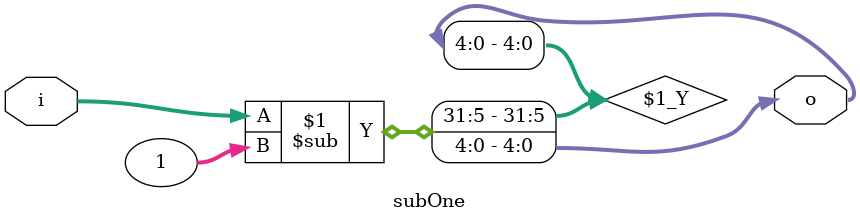
<source format=v>

module subOne(
  input wire [4:0] i,
  output wire [4:0] o
);
  assign o = i - 1;
endmodule
</source>
